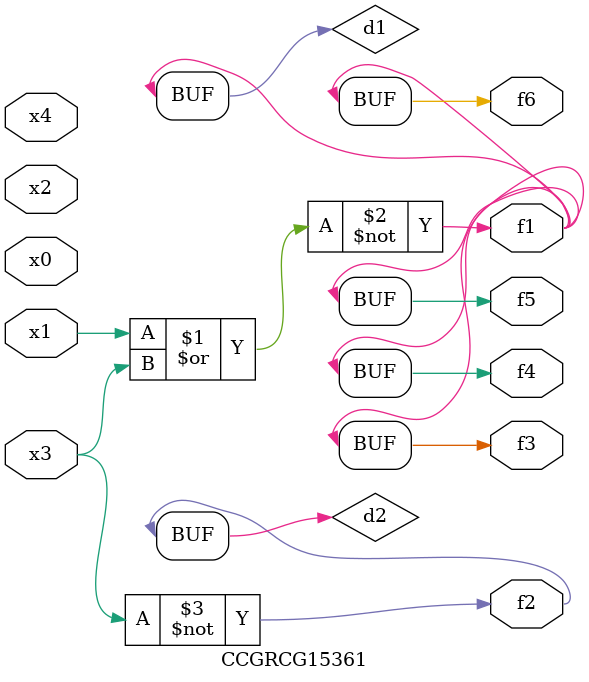
<source format=v>
module CCGRCG15361(
	input x0, x1, x2, x3, x4,
	output f1, f2, f3, f4, f5, f6
);

	wire d1, d2;

	nor (d1, x1, x3);
	not (d2, x3);
	assign f1 = d1;
	assign f2 = d2;
	assign f3 = d1;
	assign f4 = d1;
	assign f5 = d1;
	assign f6 = d1;
endmodule

</source>
